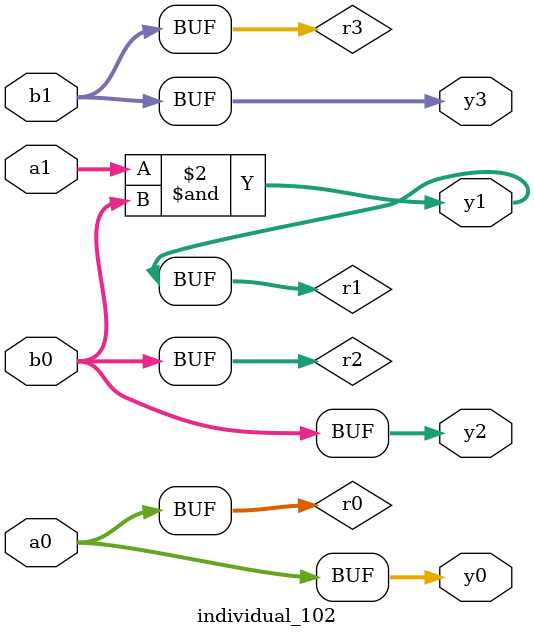
<source format=sv>
module individual_102(input logic [15:0] a1, input logic [15:0] a0, input logic [15:0] b1, input logic [15:0] b0, output logic [15:0] y3, output logic [15:0] y2, output logic [15:0] y1, output logic [15:0] y0);
logic [15:0] r0, r1, r2, r3; 
 always@(*) begin 
	 r0 = a0; r1 = a1; r2 = b0; r3 = b1; 
 	 r1  &=  r2 ;
 	 y3 = r3; y2 = r2; y1 = r1; y0 = r0; 
end
endmodule
</source>
